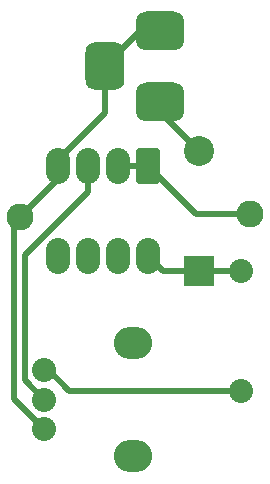
<source format=gbr>
%TF.GenerationSoftware,KiCad,Pcbnew,9.0.1*%
%TF.CreationDate,2025-06-02T17:05:47-07:00*%
%TF.ProjectId,CircuitBlockPowerSupply,43697263-7569-4744-926c-6f636b506f77,rev?*%
%TF.SameCoordinates,Original*%
%TF.FileFunction,Copper,L2,Bot*%
%TF.FilePolarity,Positive*%
%FSLAX46Y46*%
G04 Gerber Fmt 4.6, Leading zero omitted, Abs format (unit mm)*
G04 Created by KiCad (PCBNEW 9.0.1) date 2025-06-02 17:05:47*
%MOMM*%
%LPD*%
G01*
G04 APERTURE LIST*
G04 Aperture macros list*
%AMRoundRect*
0 Rectangle with rounded corners*
0 $1 Rounding radius*
0 $2 $3 $4 $5 $6 $7 $8 $9 X,Y pos of 4 corners*
0 Add a 4 corners polygon primitive as box body*
4,1,4,$2,$3,$4,$5,$6,$7,$8,$9,$2,$3,0*
0 Add four circle primitives for the rounded corners*
1,1,$1+$1,$2,$3*
1,1,$1+$1,$4,$5*
1,1,$1+$1,$6,$7*
1,1,$1+$1,$8,$9*
0 Add four rect primitives between the rounded corners*
20,1,$1+$1,$2,$3,$4,$5,0*
20,1,$1+$1,$4,$5,$6,$7,0*
20,1,$1+$1,$6,$7,$8,$9,0*
20,1,$1+$1,$8,$9,$2,$3,0*%
G04 Aperture macros list end*
%TA.AperFunction,ComponentPad*%
%ADD10O,3.240000X2.720000*%
%TD*%
%TA.AperFunction,ComponentPad*%
%ADD11C,2.032000*%
%TD*%
%TA.AperFunction,ComponentPad*%
%ADD12R,2.540000X2.540000*%
%TD*%
%TA.AperFunction,ComponentPad*%
%ADD13C,2.540000*%
%TD*%
%TA.AperFunction,ComponentPad*%
%ADD14C,2.286000*%
%TD*%
%TA.AperFunction,ComponentPad*%
%ADD15RoundRect,0.250000X-0.766000X1.274000X-0.766000X-1.274000X0.766000X-1.274000X0.766000X1.274000X0*%
%TD*%
%TA.AperFunction,ComponentPad*%
%ADD16O,2.032000X3.048000*%
%TD*%
%TA.AperFunction,ComponentPad*%
%ADD17RoundRect,0.825500X-0.825500X-1.206500X0.825500X-1.206500X0.825500X1.206500X-0.825500X1.206500X0*%
%TD*%
%TA.AperFunction,ComponentPad*%
%ADD18RoundRect,0.825500X-1.206500X0.825500X-1.206500X-0.825500X1.206500X-0.825500X1.206500X0.825500X0*%
%TD*%
%TA.AperFunction,Conductor*%
%ADD19C,0.508000*%
%TD*%
G04 APERTURE END LIST*
D10*
%TO.P,RV1,*%
%TO.N,*%
X36573000Y-54128000D03*
X36573000Y-63728000D03*
D11*
%TO.P,RV1,1,1*%
%TO.N,Net-(R1-Pad2)*%
X29073000Y-56428000D03*
%TO.P,RV1,2,2*%
%TO.N,Net-(U1A-+)*%
X29073000Y-58928000D03*
%TO.P,RV1,3,3*%
%TO.N,GND*%
X29073000Y-61428000D03*
%TD*%
D12*
%TO.P,D1,1,K*%
%TO.N,VCC*%
X42164000Y-48006000D03*
D13*
%TO.P,D1,2,A*%
%TO.N,Net-(D1-A)*%
X42164000Y-37846000D03*
%TD*%
D11*
%TO.P,R1,1*%
%TO.N,VCC*%
X45720000Y-48006000D03*
%TO.P,R1,2*%
%TO.N,Net-(R1-Pad2)*%
X45720000Y-58166000D03*
%TD*%
D14*
%TO.P,J3,1,Pin_1*%
%TO.N,GND*%
X27000200Y-43434000D03*
%TD*%
%TO.P,J2,1,Pin_1*%
%TO.N,Net-(J2-Pin_1)*%
X46482000Y-43180000D03*
%TD*%
D15*
%TO.P,U1,1*%
%TO.N,Net-(J2-Pin_1)*%
X37846000Y-39116000D03*
D16*
%TO.P,U1,2,-*%
X35306000Y-39116000D03*
%TO.P,U1,3,+*%
%TO.N,Net-(U1A-+)*%
X32766000Y-39116000D03*
%TO.P,U1,4,V-*%
%TO.N,GND*%
X30226000Y-39116000D03*
%TO.P,U1,5,+*%
%TO.N,unconnected-(U1B-+-Pad5)*%
X30226000Y-46736000D03*
%TO.P,U1,6,-*%
%TO.N,unconnected-(U1B---Pad6)*%
X32766000Y-46736000D03*
%TO.P,U1,7*%
%TO.N,unconnected-(U1-Pad7)*%
X35306000Y-46736000D03*
%TO.P,U1,8,V+*%
%TO.N,VCC*%
X37846000Y-46736000D03*
%TD*%
D17*
%TO.P,J1,3*%
%TO.N,GND*%
X34162000Y-30686000D03*
D18*
%TO.P,J1,2*%
X38862000Y-27686000D03*
%TO.P,J1,1*%
%TO.N,Net-(D1-A)*%
X38862000Y-33686000D03*
%TD*%
D19*
%TO.N,GND*%
X30226000Y-40208200D02*
X30226000Y-39116000D01*
X27000200Y-43434000D02*
X30226000Y-40208200D01*
%TO.N,Net-(R1-Pad2)*%
X31165800Y-58166000D02*
X45720000Y-58166000D01*
X29427800Y-56428000D02*
X31165800Y-58166000D01*
X28819000Y-56428000D02*
X29427800Y-56428000D01*
%TO.N,GND*%
X26480200Y-58835200D02*
X29073000Y-61428000D01*
X26480200Y-43877800D02*
X26480200Y-58835200D01*
X26924000Y-43434000D02*
X26480200Y-43877800D01*
%TO.N,Net-(U1A-+)*%
X32766000Y-41315798D02*
X32766000Y-39116000D01*
X27395600Y-46686198D02*
X32766000Y-41315798D01*
X27395600Y-57250600D02*
X27395600Y-46686198D01*
X29073000Y-58928000D02*
X27395600Y-57250600D01*
%TO.N,VCC*%
X45720000Y-48006000D02*
X42164000Y-48006000D01*
X39116000Y-48006000D02*
X37846000Y-46736000D01*
X42164000Y-48006000D02*
X39116000Y-48006000D01*
%TO.N,Net-(D1-A)*%
X38862000Y-34544000D02*
X38862000Y-33686000D01*
X42164000Y-37846000D02*
X38862000Y-34544000D01*
%TO.N,Net-(J2-Pin_1)*%
X41910000Y-43180000D02*
X46482000Y-43180000D01*
X37846000Y-39116000D02*
X41910000Y-43180000D01*
X35306000Y-39116000D02*
X37846000Y-39116000D01*
%TO.N,GND*%
X34162000Y-34672000D02*
X34162000Y-30686000D01*
X30226000Y-38608000D02*
X34162000Y-34672000D01*
X30226000Y-39116000D02*
X30226000Y-38608000D01*
X37162000Y-27686000D02*
X34162000Y-30686000D01*
X38862000Y-27686000D02*
X37162000Y-27686000D01*
%TD*%
M02*

</source>
